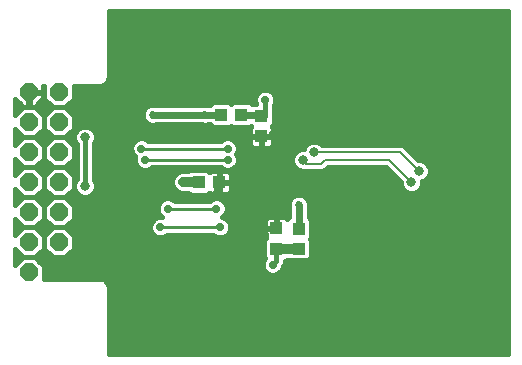
<source format=gbl>
G75*
%MOIN*%
%OFA0B0*%
%FSLAX25Y25*%
%IPPOS*%
%LPD*%
%AMOC8*
5,1,8,0,0,1.08239X$1,22.5*
%
%ADD10R,0.04252X0.04134*%
%ADD11R,0.04134X0.04252*%
%ADD12R,0.03937X0.04331*%
%ADD13R,0.04331X0.03937*%
%ADD14OC8,0.06000*%
%ADD15C,0.02781*%
%ADD16C,0.01600*%
%ADD17C,0.02400*%
%ADD18C,0.02700*%
%ADD19C,0.03200*%
%ADD20C,0.01000*%
%ADD21C,0.03175*%
%ADD22C,0.00800*%
D10*
X0100550Y0115640D03*
X0100550Y0122530D03*
X0095550Y0153140D03*
X0095550Y0160030D03*
D11*
X0081495Y0137835D03*
X0074605Y0137835D03*
D12*
X0082204Y0160335D03*
X0088896Y0160335D03*
D13*
X0108050Y0122432D03*
X0108050Y0115739D03*
D14*
X0028050Y0117835D03*
X0028050Y0127835D03*
X0028050Y0137835D03*
X0028050Y0147835D03*
X0028050Y0157835D03*
X0028050Y0167835D03*
X0018050Y0167835D03*
X0018050Y0157835D03*
X0018050Y0147835D03*
X0018050Y0137835D03*
X0018050Y0127835D03*
X0018050Y0117835D03*
X0018050Y0107835D03*
D15*
X0056800Y0145335D03*
X0055550Y0149085D03*
X0069300Y0137835D03*
X0064300Y0129085D03*
X0061800Y0122835D03*
X0080550Y0129085D03*
X0080550Y0134085D03*
X0084300Y0145335D03*
X0084300Y0149085D03*
X0096800Y0165335D03*
X0099300Y0154085D03*
X0114300Y0137835D03*
X0124300Y0137835D03*
X0139300Y0137835D03*
X0160550Y0145335D03*
X0163050Y0145335D03*
X0166800Y0184085D03*
X0170550Y0184085D03*
X0099300Y0110335D03*
X0096800Y0120335D03*
X0081800Y0122835D03*
X0051800Y0181585D03*
X0049300Y0181585D03*
X0153050Y0091585D03*
X0156800Y0091585D03*
D16*
X0044600Y0080635D02*
X0044600Y0103392D01*
X0044174Y0104421D01*
X0043386Y0105209D01*
X0042357Y0105635D01*
X0022921Y0105635D01*
X0023050Y0105764D01*
X0023050Y0109906D01*
X0020121Y0112835D01*
X0015979Y0112835D01*
X0013350Y0110206D01*
X0013350Y0115464D01*
X0015979Y0112835D01*
X0020121Y0112835D01*
X0023050Y0115764D01*
X0025979Y0112835D01*
X0030121Y0112835D01*
X0033050Y0115764D01*
X0033050Y0119906D01*
X0030121Y0122835D01*
X0025979Y0122835D01*
X0023050Y0119906D01*
X0023050Y0115764D01*
X0023050Y0119906D01*
X0020121Y0122835D01*
X0015979Y0122835D01*
X0013350Y0120206D01*
X0013350Y0125464D01*
X0015979Y0122835D01*
X0020121Y0122835D01*
X0023050Y0125764D01*
X0025979Y0122835D01*
X0030121Y0122835D01*
X0033050Y0125764D01*
X0033050Y0129906D01*
X0030121Y0132835D01*
X0025979Y0132835D01*
X0023050Y0129906D01*
X0023050Y0125764D01*
X0023050Y0129906D01*
X0020121Y0132835D01*
X0015979Y0132835D01*
X0013350Y0130206D01*
X0013350Y0135464D01*
X0015979Y0132835D01*
X0020121Y0132835D01*
X0023050Y0135764D01*
X0025979Y0132835D01*
X0030121Y0132835D01*
X0033050Y0135764D01*
X0033050Y0139906D01*
X0030121Y0142835D01*
X0025979Y0142835D01*
X0023050Y0139906D01*
X0023050Y0135764D01*
X0023050Y0139906D01*
X0020121Y0142835D01*
X0015979Y0142835D01*
X0013350Y0140206D01*
X0013350Y0145464D01*
X0015979Y0142835D01*
X0020121Y0142835D01*
X0023050Y0145764D01*
X0025979Y0142835D01*
X0030121Y0142835D01*
X0033050Y0145764D01*
X0033050Y0149906D01*
X0030121Y0152835D01*
X0025979Y0152835D01*
X0023050Y0149906D01*
X0023050Y0145764D01*
X0023050Y0149906D01*
X0020121Y0152835D01*
X0015979Y0152835D01*
X0013350Y0150206D01*
X0013350Y0155464D01*
X0015979Y0152835D01*
X0020121Y0152835D01*
X0023050Y0155764D01*
X0025979Y0152835D01*
X0030121Y0152835D01*
X0033050Y0155764D01*
X0033050Y0159906D01*
X0030121Y0162835D01*
X0025979Y0162835D01*
X0023050Y0159906D01*
X0023050Y0155764D01*
X0023050Y0159906D01*
X0020121Y0162835D01*
X0015979Y0162835D01*
X0013350Y0160206D01*
X0013350Y0165747D01*
X0016062Y0163035D01*
X0017850Y0163035D01*
X0017850Y0167635D01*
X0018250Y0167635D01*
X0018250Y0163035D01*
X0020038Y0163035D01*
X0022850Y0165847D01*
X0022850Y0167635D01*
X0018250Y0167635D01*
X0018250Y0168035D01*
X0022850Y0168035D01*
X0022850Y0169823D01*
X0022638Y0170035D01*
X0023179Y0170035D01*
X0023050Y0169906D01*
X0023050Y0165764D01*
X0025979Y0162835D01*
X0030121Y0162835D01*
X0033050Y0165764D01*
X0033050Y0169906D01*
X0032921Y0170035D01*
X0042357Y0170035D01*
X0043386Y0170461D01*
X0044174Y0171249D01*
X0044600Y0172278D01*
X0044600Y0195035D01*
X0177671Y0195035D01*
X0177671Y0080635D01*
X0044600Y0080635D01*
X0044600Y0081032D02*
X0177671Y0081032D01*
X0177671Y0082631D02*
X0044600Y0082631D01*
X0044600Y0084229D02*
X0177671Y0084229D01*
X0177671Y0085828D02*
X0044600Y0085828D01*
X0044600Y0087426D02*
X0177671Y0087426D01*
X0177671Y0089025D02*
X0044600Y0089025D01*
X0044600Y0090623D02*
X0177671Y0090623D01*
X0177671Y0092222D02*
X0044600Y0092222D01*
X0044600Y0093820D02*
X0177671Y0093820D01*
X0177671Y0095419D02*
X0044600Y0095419D01*
X0044600Y0097017D02*
X0177671Y0097017D01*
X0177671Y0098616D02*
X0044600Y0098616D01*
X0044600Y0100214D02*
X0177671Y0100214D01*
X0177671Y0101813D02*
X0044600Y0101813D01*
X0044592Y0103411D02*
X0177671Y0103411D01*
X0177671Y0105010D02*
X0043585Y0105010D01*
X0031887Y0114601D02*
X0096424Y0114601D01*
X0096424Y0116199D02*
X0033050Y0116199D01*
X0033050Y0117798D02*
X0096424Y0117798D01*
X0096424Y0118536D02*
X0096424Y0112745D01*
X0096669Y0112499D01*
X0096426Y0112256D01*
X0095909Y0111010D01*
X0095909Y0109661D01*
X0096426Y0108415D01*
X0097379Y0107461D01*
X0098626Y0106945D01*
X0099974Y0106945D01*
X0101221Y0107461D01*
X0102174Y0108415D01*
X0102691Y0109661D01*
X0102691Y0109766D01*
X0102924Y0109999D01*
X0103350Y0111028D01*
X0103350Y0111573D01*
X0103504Y0111573D01*
X0104017Y0112085D01*
X0104732Y0112095D01*
X0105056Y0111770D01*
X0111044Y0111770D01*
X0112215Y0112942D01*
X0112215Y0118536D01*
X0111666Y0119085D01*
X0112215Y0119635D01*
X0112215Y0125228D01*
X0111250Y0126194D01*
X0111250Y0129307D01*
X0111400Y0129669D01*
X0111400Y0131001D01*
X0110890Y0132233D01*
X0109948Y0133175D01*
X0108716Y0133685D01*
X0107384Y0133685D01*
X0106152Y0133175D01*
X0105210Y0132233D01*
X0104700Y0131001D01*
X0104700Y0129669D01*
X0104850Y0129307D01*
X0104850Y0126194D01*
X0104205Y0125549D01*
X0104116Y0125702D01*
X0103781Y0126037D01*
X0103371Y0126274D01*
X0102913Y0126397D01*
X0100783Y0126397D01*
X0100783Y0122764D01*
X0100317Y0122764D01*
X0100317Y0126397D01*
X0098187Y0126397D01*
X0097729Y0126274D01*
X0097319Y0126037D01*
X0096984Y0125702D01*
X0096747Y0125292D01*
X0096624Y0124834D01*
X0096624Y0122763D01*
X0100316Y0122763D01*
X0100316Y0122297D01*
X0096624Y0122297D01*
X0096624Y0120226D01*
X0096747Y0119768D01*
X0096984Y0119358D01*
X0097115Y0119227D01*
X0096424Y0118536D01*
X0096961Y0119396D02*
X0033050Y0119396D01*
X0031961Y0120995D02*
X0058892Y0120995D01*
X0058926Y0120915D02*
X0059879Y0119961D01*
X0061126Y0119445D01*
X0062474Y0119445D01*
X0063721Y0119961D01*
X0064095Y0120335D01*
X0079505Y0120335D01*
X0079879Y0119961D01*
X0081126Y0119445D01*
X0082474Y0119445D01*
X0083721Y0119961D01*
X0084674Y0120915D01*
X0085191Y0122161D01*
X0085191Y0123510D01*
X0084674Y0124756D01*
X0083721Y0125709D01*
X0082482Y0126222D01*
X0083424Y0127165D01*
X0083941Y0128411D01*
X0083941Y0129760D01*
X0083424Y0131006D01*
X0082471Y0131959D01*
X0081224Y0132476D01*
X0079876Y0132476D01*
X0078629Y0131959D01*
X0078255Y0131585D01*
X0066595Y0131585D01*
X0066221Y0131959D01*
X0064974Y0132476D01*
X0063626Y0132476D01*
X0062379Y0131959D01*
X0061426Y0131006D01*
X0060909Y0129760D01*
X0060909Y0128411D01*
X0061426Y0127165D01*
X0062365Y0126226D01*
X0061126Y0126226D01*
X0059879Y0125709D01*
X0058926Y0124756D01*
X0058409Y0123510D01*
X0058409Y0122161D01*
X0058926Y0120915D01*
X0058409Y0122593D02*
X0030363Y0122593D01*
X0031478Y0124192D02*
X0058692Y0124192D01*
X0060075Y0125790D02*
X0033050Y0125790D01*
X0033050Y0127389D02*
X0061333Y0127389D01*
X0060909Y0128987D02*
X0033050Y0128987D01*
X0032370Y0130586D02*
X0061252Y0130586D01*
X0062923Y0132184D02*
X0030772Y0132184D01*
X0031069Y0133783D02*
X0034529Y0133783D01*
X0034768Y0133544D02*
X0033759Y0134553D01*
X0033213Y0135872D01*
X0033213Y0137299D01*
X0033759Y0138617D01*
X0034000Y0138858D01*
X0034000Y0150562D01*
X0033759Y0150803D01*
X0033213Y0152122D01*
X0033213Y0153549D01*
X0033759Y0154867D01*
X0034768Y0155876D01*
X0036086Y0156423D01*
X0037514Y0156423D01*
X0038832Y0155876D01*
X0039841Y0154867D01*
X0040387Y0153549D01*
X0040387Y0152122D01*
X0039841Y0150803D01*
X0039600Y0150562D01*
X0039600Y0138858D01*
X0039841Y0138617D01*
X0040387Y0137299D01*
X0040387Y0135872D01*
X0039841Y0134553D01*
X0038832Y0133544D01*
X0037514Y0132998D01*
X0036086Y0132998D01*
X0034768Y0133544D01*
X0033416Y0135382D02*
X0032667Y0135382D01*
X0033050Y0136980D02*
X0033213Y0136980D01*
X0033050Y0138579D02*
X0033743Y0138579D01*
X0034000Y0140177D02*
X0032779Y0140177D01*
X0034000Y0141776D02*
X0031181Y0141776D01*
X0030660Y0143374D02*
X0034000Y0143374D01*
X0034000Y0144973D02*
X0032259Y0144973D01*
X0033050Y0146571D02*
X0034000Y0146571D01*
X0034000Y0148170D02*
X0033050Y0148170D01*
X0033050Y0149768D02*
X0034000Y0149768D01*
X0033525Y0151367D02*
X0031590Y0151367D01*
X0030251Y0152965D02*
X0033213Y0152965D01*
X0033633Y0154564D02*
X0031850Y0154564D01*
X0033050Y0156162D02*
X0035458Y0156162D01*
X0038142Y0156162D02*
X0091897Y0156162D01*
X0091984Y0156312D02*
X0091747Y0155902D01*
X0091624Y0155444D01*
X0091624Y0153374D01*
X0095316Y0153374D01*
X0095316Y0152907D01*
X0091624Y0152907D01*
X0091624Y0150836D01*
X0091747Y0150379D01*
X0091984Y0149968D01*
X0092319Y0149633D01*
X0092729Y0149396D01*
X0093187Y0149273D01*
X0095317Y0149273D01*
X0095317Y0152907D01*
X0095783Y0152907D01*
X0095783Y0149273D01*
X0097913Y0149273D01*
X0098371Y0149396D01*
X0098781Y0149633D01*
X0099116Y0149968D01*
X0099353Y0150379D01*
X0099476Y0150836D01*
X0099476Y0152907D01*
X0095784Y0152907D01*
X0095784Y0153374D01*
X0099476Y0153374D01*
X0099476Y0155444D01*
X0099353Y0155902D01*
X0099116Y0156312D01*
X0098985Y0156444D01*
X0099676Y0157135D01*
X0099676Y0162925D01*
X0099600Y0163001D01*
X0099600Y0163340D01*
X0099674Y0163415D01*
X0100191Y0164661D01*
X0100191Y0166010D01*
X0099674Y0167256D01*
X0098721Y0168209D01*
X0097474Y0168726D01*
X0096126Y0168726D01*
X0094879Y0168209D01*
X0093926Y0167256D01*
X0093409Y0166010D01*
X0093409Y0164661D01*
X0093643Y0164097D01*
X0092596Y0164097D01*
X0092346Y0163848D01*
X0091693Y0164500D01*
X0086100Y0164500D01*
X0085550Y0163951D01*
X0085000Y0164500D01*
X0079407Y0164500D01*
X0078441Y0163535D01*
X0077828Y0163535D01*
X0077466Y0163685D01*
X0076134Y0163685D01*
X0075772Y0163535D01*
X0060328Y0163535D01*
X0059966Y0163685D01*
X0058634Y0163685D01*
X0057402Y0163175D01*
X0056460Y0162233D01*
X0055950Y0161001D01*
X0055950Y0159669D01*
X0056460Y0158437D01*
X0057402Y0157495D01*
X0058634Y0156985D01*
X0059966Y0156985D01*
X0060328Y0157135D01*
X0075772Y0157135D01*
X0076134Y0156985D01*
X0077466Y0156985D01*
X0077828Y0157135D01*
X0078441Y0157135D01*
X0079407Y0156170D01*
X0085000Y0156170D01*
X0085550Y0156719D01*
X0086100Y0156170D01*
X0091693Y0156170D01*
X0092041Y0156518D01*
X0092115Y0156444D01*
X0091984Y0156312D01*
X0091624Y0154564D02*
X0039967Y0154564D01*
X0040387Y0152965D02*
X0095316Y0152965D01*
X0095784Y0152965D02*
X0177671Y0152965D01*
X0177671Y0151367D02*
X0113898Y0151367D01*
X0113764Y0151423D02*
X0115082Y0150876D01*
X0115723Y0150235D01*
X0142277Y0150235D01*
X0143159Y0149870D01*
X0147857Y0145173D01*
X0148764Y0145173D01*
X0150082Y0144626D01*
X0151091Y0143617D01*
X0151637Y0142299D01*
X0151637Y0140872D01*
X0151091Y0139553D01*
X0150082Y0138544D01*
X0149137Y0138153D01*
X0149137Y0137122D01*
X0148591Y0135803D01*
X0147582Y0134794D01*
X0146264Y0134248D01*
X0144836Y0134248D01*
X0143518Y0134794D01*
X0142509Y0135803D01*
X0141963Y0137122D01*
X0141963Y0138028D01*
X0137056Y0142935D01*
X0117794Y0142935D01*
X0116909Y0142050D01*
X0116027Y0141685D01*
X0110073Y0141685D01*
X0109921Y0141748D01*
X0108586Y0141748D01*
X0107268Y0142294D01*
X0106259Y0143303D01*
X0105713Y0144622D01*
X0105713Y0146049D01*
X0106259Y0147367D01*
X0107268Y0148376D01*
X0108586Y0148923D01*
X0109617Y0148923D01*
X0110009Y0149867D01*
X0111018Y0150876D01*
X0112336Y0151423D01*
X0113764Y0151423D01*
X0112202Y0151367D02*
X0099476Y0151367D01*
X0098916Y0149768D02*
X0109968Y0149768D01*
X0107061Y0148170D02*
X0087591Y0148170D01*
X0087691Y0148411D02*
X0087193Y0147210D01*
X0087691Y0146010D01*
X0087691Y0144661D01*
X0087174Y0143415D01*
X0086221Y0142461D01*
X0084974Y0141945D01*
X0083626Y0141945D01*
X0082379Y0142461D01*
X0082005Y0142835D01*
X0059095Y0142835D01*
X0058721Y0142461D01*
X0057474Y0141945D01*
X0056126Y0141945D01*
X0054879Y0142461D01*
X0053926Y0143415D01*
X0053409Y0144661D01*
X0053409Y0146010D01*
X0053533Y0146307D01*
X0052676Y0147165D01*
X0052159Y0148411D01*
X0052159Y0149760D01*
X0052676Y0151006D01*
X0053629Y0151959D01*
X0054876Y0152476D01*
X0056224Y0152476D01*
X0057471Y0151959D01*
X0057845Y0151585D01*
X0082005Y0151585D01*
X0082379Y0151959D01*
X0083626Y0152476D01*
X0084974Y0152476D01*
X0086221Y0151959D01*
X0087174Y0151006D01*
X0087691Y0149760D01*
X0087691Y0148411D01*
X0087687Y0149768D02*
X0092184Y0149768D01*
X0091624Y0151367D02*
X0086813Y0151367D01*
X0087458Y0146571D02*
X0105929Y0146571D01*
X0105713Y0144973D02*
X0087691Y0144973D01*
X0087134Y0143374D02*
X0106229Y0143374D01*
X0108519Y0141776D02*
X0077686Y0141776D01*
X0077500Y0141961D02*
X0071710Y0141961D01*
X0071184Y0141435D01*
X0068584Y0141435D01*
X0067261Y0140887D01*
X0066248Y0139874D01*
X0065700Y0138551D01*
X0065700Y0137119D01*
X0066248Y0135796D01*
X0067261Y0134783D01*
X0068584Y0134235D01*
X0071184Y0134235D01*
X0071710Y0133709D01*
X0077500Y0133709D01*
X0078191Y0134400D01*
X0078323Y0134269D01*
X0078733Y0134032D01*
X0079191Y0133909D01*
X0081261Y0133909D01*
X0081261Y0137602D01*
X0081728Y0137602D01*
X0081728Y0133909D01*
X0083799Y0133909D01*
X0084257Y0134032D01*
X0084667Y0134269D01*
X0085002Y0134604D01*
X0085239Y0135014D01*
X0085362Y0135472D01*
X0085362Y0137602D01*
X0081728Y0137602D01*
X0081728Y0138069D01*
X0081261Y0138069D01*
X0081261Y0141761D01*
X0079191Y0141761D01*
X0078733Y0141638D01*
X0078323Y0141401D01*
X0078191Y0141270D01*
X0077500Y0141961D01*
X0081261Y0140177D02*
X0081728Y0140177D01*
X0081728Y0141761D02*
X0081728Y0138069D01*
X0085362Y0138069D01*
X0085362Y0140198D01*
X0085239Y0140656D01*
X0085002Y0141066D01*
X0084667Y0141401D01*
X0084257Y0141638D01*
X0083799Y0141761D01*
X0081728Y0141761D01*
X0081728Y0138579D02*
X0081261Y0138579D01*
X0081495Y0137835D02*
X0080550Y0136280D01*
X0080550Y0134085D01*
X0081261Y0135382D02*
X0081728Y0135382D01*
X0081728Y0136980D02*
X0081261Y0136980D01*
X0085362Y0136980D02*
X0142021Y0136980D01*
X0141412Y0138579D02*
X0085362Y0138579D01*
X0085362Y0140177D02*
X0139814Y0140177D01*
X0138215Y0141776D02*
X0116246Y0141776D01*
X0110910Y0132184D02*
X0177671Y0132184D01*
X0177671Y0130586D02*
X0111400Y0130586D01*
X0111250Y0128987D02*
X0177671Y0128987D01*
X0177671Y0127389D02*
X0111250Y0127389D01*
X0111653Y0125790D02*
X0177671Y0125790D01*
X0177671Y0124192D02*
X0112215Y0124192D01*
X0112215Y0122593D02*
X0177671Y0122593D01*
X0177671Y0120995D02*
X0112215Y0120995D01*
X0111977Y0119396D02*
X0177671Y0119396D01*
X0177671Y0117798D02*
X0112215Y0117798D01*
X0112215Y0116199D02*
X0177671Y0116199D01*
X0177671Y0114601D02*
X0112215Y0114601D01*
X0112215Y0113002D02*
X0177671Y0113002D01*
X0177671Y0111404D02*
X0103350Y0111404D01*
X0102730Y0109805D02*
X0177671Y0109805D01*
X0177671Y0108207D02*
X0101967Y0108207D01*
X0099300Y0110335D02*
X0100550Y0111585D01*
X0100550Y0115640D01*
X0096424Y0113002D02*
X0030288Y0113002D01*
X0025812Y0113002D02*
X0020288Y0113002D01*
X0021552Y0111404D02*
X0096073Y0111404D01*
X0095909Y0109805D02*
X0023050Y0109805D01*
X0023050Y0108207D02*
X0096633Y0108207D01*
X0096624Y0120995D02*
X0084708Y0120995D01*
X0085191Y0122593D02*
X0100316Y0122593D01*
X0100317Y0124192D02*
X0100783Y0124192D01*
X0100783Y0125790D02*
X0100317Y0125790D01*
X0097072Y0125790D02*
X0083525Y0125790D01*
X0083517Y0127389D02*
X0104850Y0127389D01*
X0104850Y0128987D02*
X0083941Y0128987D01*
X0083598Y0130586D02*
X0104700Y0130586D01*
X0105190Y0132184D02*
X0081927Y0132184D01*
X0079173Y0132184D02*
X0065677Y0132184D01*
X0066662Y0135382D02*
X0040184Y0135382D01*
X0040387Y0136980D02*
X0065758Y0136980D01*
X0065711Y0138579D02*
X0039857Y0138579D01*
X0039600Y0140177D02*
X0066551Y0140177D01*
X0069300Y0137835D02*
X0074605Y0137835D01*
X0071524Y0141776D02*
X0039600Y0141776D01*
X0039600Y0143374D02*
X0053966Y0143374D01*
X0053409Y0144973D02*
X0039600Y0144973D01*
X0039600Y0146571D02*
X0053269Y0146571D01*
X0052259Y0148170D02*
X0039600Y0148170D01*
X0039600Y0149768D02*
X0052163Y0149768D01*
X0053037Y0151367D02*
X0040075Y0151367D01*
X0036800Y0152835D02*
X0036800Y0136585D01*
X0039071Y0133783D02*
X0071636Y0133783D01*
X0077574Y0133783D02*
X0177671Y0133783D01*
X0177671Y0135382D02*
X0148170Y0135382D01*
X0149079Y0136980D02*
X0177671Y0136980D01*
X0177671Y0138579D02*
X0150117Y0138579D01*
X0151350Y0140177D02*
X0177671Y0140177D01*
X0177671Y0141776D02*
X0151637Y0141776D01*
X0151192Y0143374D02*
X0177671Y0143374D01*
X0177671Y0144973D02*
X0149246Y0144973D01*
X0146458Y0146571D02*
X0177671Y0146571D01*
X0177671Y0148170D02*
X0144860Y0148170D01*
X0143261Y0149768D02*
X0177671Y0149768D01*
X0177671Y0154564D02*
X0099476Y0154564D01*
X0099300Y0154085D02*
X0100550Y0154085D01*
X0099203Y0156162D02*
X0177671Y0156162D01*
X0177671Y0157761D02*
X0099676Y0157761D01*
X0099676Y0159359D02*
X0177671Y0159359D01*
X0177671Y0160958D02*
X0099676Y0160958D01*
X0099676Y0162556D02*
X0177671Y0162556D01*
X0177671Y0164155D02*
X0099981Y0164155D01*
X0100191Y0165753D02*
X0177671Y0165753D01*
X0177671Y0167352D02*
X0099578Y0167352D01*
X0096800Y0165335D02*
X0096800Y0160030D01*
X0095550Y0160030D01*
X0093619Y0164155D02*
X0092039Y0164155D01*
X0093409Y0165753D02*
X0033039Y0165753D01*
X0033050Y0167352D02*
X0094022Y0167352D01*
X0085754Y0164155D02*
X0085346Y0164155D01*
X0079061Y0164155D02*
X0031441Y0164155D01*
X0030400Y0162556D02*
X0056783Y0162556D01*
X0055950Y0160958D02*
X0031998Y0160958D01*
X0033050Y0159359D02*
X0056078Y0159359D01*
X0057137Y0157761D02*
X0033050Y0157761D01*
X0025849Y0152965D02*
X0020251Y0152965D01*
X0021590Y0151367D02*
X0024510Y0151367D01*
X0023050Y0149768D02*
X0023050Y0149768D01*
X0023050Y0148170D02*
X0023050Y0148170D01*
X0023050Y0146571D02*
X0023050Y0146571D01*
X0022259Y0144973D02*
X0023841Y0144973D01*
X0025440Y0143374D02*
X0020660Y0143374D01*
X0021181Y0141776D02*
X0024919Y0141776D01*
X0023321Y0140177D02*
X0022779Y0140177D01*
X0023050Y0138579D02*
X0023050Y0138579D01*
X0023050Y0136980D02*
X0023050Y0136980D01*
X0022667Y0135382D02*
X0023433Y0135382D01*
X0025031Y0133783D02*
X0021069Y0133783D01*
X0020772Y0132184D02*
X0025328Y0132184D01*
X0023730Y0130586D02*
X0022370Y0130586D01*
X0023050Y0128987D02*
X0023050Y0128987D01*
X0023050Y0127389D02*
X0023050Y0127389D01*
X0023050Y0125790D02*
X0023050Y0125790D01*
X0021478Y0124192D02*
X0024622Y0124192D01*
X0025737Y0122593D02*
X0020363Y0122593D01*
X0021961Y0120995D02*
X0024139Y0120995D01*
X0023050Y0119396D02*
X0023050Y0119396D01*
X0023050Y0117798D02*
X0023050Y0117798D01*
X0023050Y0116199D02*
X0023050Y0116199D01*
X0021887Y0114601D02*
X0024213Y0114601D01*
X0023050Y0106608D02*
X0177671Y0106608D01*
X0168050Y0145335D02*
X0163050Y0145335D01*
X0160550Y0145335D02*
X0155550Y0145335D01*
X0142930Y0135382D02*
X0085338Y0135382D01*
X0084908Y0124192D02*
X0096624Y0124192D01*
X0104028Y0125790D02*
X0104447Y0125790D01*
X0095783Y0149768D02*
X0095317Y0149768D01*
X0095317Y0151367D02*
X0095783Y0151367D01*
X0044546Y0172147D02*
X0177671Y0172147D01*
X0177671Y0170549D02*
X0043473Y0170549D01*
X0044600Y0173746D02*
X0177671Y0173746D01*
X0177671Y0175344D02*
X0044600Y0175344D01*
X0044600Y0176943D02*
X0177671Y0176943D01*
X0177671Y0178541D02*
X0044600Y0178541D01*
X0044600Y0180140D02*
X0177671Y0180140D01*
X0177671Y0181738D02*
X0044600Y0181738D01*
X0044600Y0183337D02*
X0177671Y0183337D01*
X0177671Y0184935D02*
X0044600Y0184935D01*
X0044600Y0186534D02*
X0177671Y0186534D01*
X0177671Y0188132D02*
X0044600Y0188132D01*
X0044600Y0189731D02*
X0177671Y0189731D01*
X0177671Y0191329D02*
X0044600Y0191329D01*
X0044600Y0192928D02*
X0177671Y0192928D01*
X0177671Y0194526D02*
X0044600Y0194526D01*
X0033050Y0168950D02*
X0177671Y0168950D01*
X0025700Y0162556D02*
X0020400Y0162556D01*
X0021158Y0164155D02*
X0024659Y0164155D01*
X0023061Y0165753D02*
X0022756Y0165753D01*
X0022850Y0167352D02*
X0023050Y0167352D01*
X0023050Y0168950D02*
X0022850Y0168950D01*
X0018250Y0167352D02*
X0017850Y0167352D01*
X0017850Y0165753D02*
X0018250Y0165753D01*
X0018250Y0164155D02*
X0017850Y0164155D01*
X0015700Y0162556D02*
X0013350Y0162556D01*
X0013350Y0160958D02*
X0014102Y0160958D01*
X0013350Y0164155D02*
X0014942Y0164155D01*
X0021998Y0160958D02*
X0024102Y0160958D01*
X0023050Y0159359D02*
X0023050Y0159359D01*
X0023050Y0157761D02*
X0023050Y0157761D01*
X0023050Y0156162D02*
X0023050Y0156162D01*
X0021850Y0154564D02*
X0024250Y0154564D01*
X0015849Y0152965D02*
X0013350Y0152965D01*
X0013350Y0151367D02*
X0014510Y0151367D01*
X0014250Y0154564D02*
X0013350Y0154564D01*
X0013350Y0144973D02*
X0013841Y0144973D01*
X0013350Y0143374D02*
X0015440Y0143374D01*
X0014919Y0141776D02*
X0013350Y0141776D01*
X0013350Y0135382D02*
X0013433Y0135382D01*
X0013350Y0133783D02*
X0015031Y0133783D01*
X0015328Y0132184D02*
X0013350Y0132184D01*
X0013350Y0130586D02*
X0013730Y0130586D01*
X0013350Y0124192D02*
X0014622Y0124192D01*
X0015737Y0122593D02*
X0013350Y0122593D01*
X0013350Y0120995D02*
X0014139Y0120995D01*
X0014213Y0114601D02*
X0013350Y0114601D01*
X0013350Y0113002D02*
X0015812Y0113002D01*
X0014548Y0111404D02*
X0013350Y0111404D01*
D17*
X0059300Y0160335D02*
X0076800Y0160335D01*
X0082204Y0160335D01*
X0088896Y0160335D02*
X0095245Y0160335D01*
X0095550Y0160030D01*
X0108050Y0130335D02*
X0108050Y0122432D01*
D18*
X0108050Y0130335D03*
X0076800Y0160335D03*
X0059300Y0160335D03*
D19*
X0069300Y0137835D02*
X0074700Y0137835D01*
X0100550Y0115640D02*
X0108050Y0115739D01*
D20*
X0081800Y0122835D02*
X0061800Y0122835D01*
X0064300Y0129085D02*
X0080550Y0129085D01*
X0084300Y0145335D02*
X0056800Y0145335D01*
X0055550Y0149085D02*
X0084300Y0149085D01*
D21*
X0109300Y0145335D03*
X0113050Y0147835D03*
X0145550Y0137835D03*
X0148050Y0141585D03*
X0036800Y0136585D03*
X0036800Y0152835D03*
D22*
X0109300Y0145335D02*
X0110550Y0144085D01*
X0115550Y0144085D01*
X0116800Y0145335D01*
X0138050Y0145335D01*
X0145550Y0137835D01*
X0148050Y0141585D02*
X0141800Y0147835D01*
X0113050Y0147835D01*
M02*

</source>
